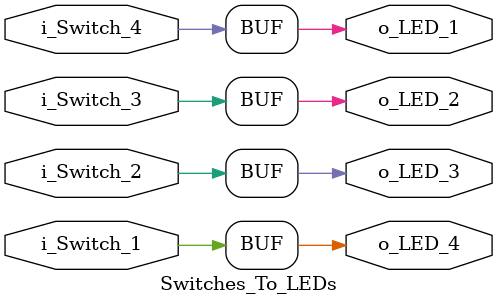
<source format=v>
module Switches_To_LEDs
  (input i_Switch_1,  
   input i_Switch_2,
   input i_Switch_3,
   input i_Switch_4,
   output o_LED_1,
   output o_LED_2,
   output o_LED_3,
   output o_LED_4);
       
assign o_LED_1 = i_Switch_4;
assign o_LED_2 = i_Switch_3;
assign o_LED_3 = i_Switch_2;
assign o_LED_4 = i_Switch_1;
 
endmodule
</source>
